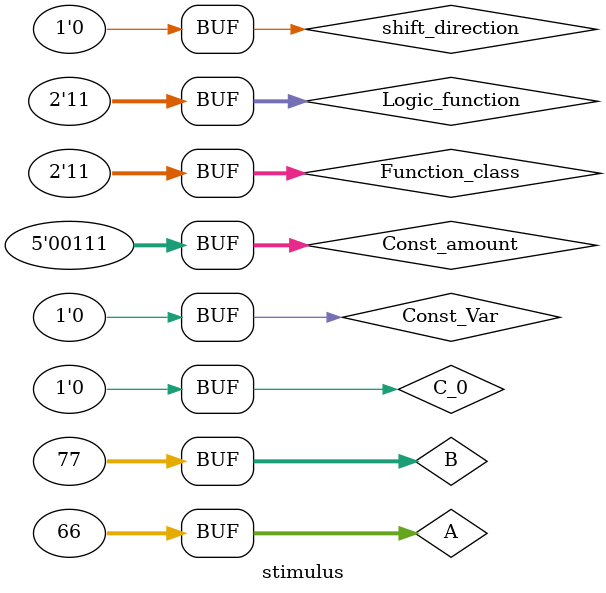
<source format=v>
/*
	Cole Anderson
	CPSC 4210 Term Project
	ALU Implementation
*/
//*****************************************************************************************************************************************************************
//*****************************************************************************************************************************************************************
//*****************************************************************************************************************************************************************
/*
		Adder (Functioning)
*/

//ONEBITADDER
module oneBitAdder(output sum, output cout, input a, input b, input cin);

	wire w1, w2, w3;
	xor(w1, a, b);
	xor(sum, w1, cin);
	and(w2, cin, w1);
	and(w3, a, b);
	or(cout, w2, w3);

endmodule

//ONEBIT ADD AND SUBTRACTOR
module oneBitAdderSub(output sum, output cout, input a, input b, input cin, input as);

	wire addSub;
	xor(addSub, b, as);
	oneBitAdder a1(sum, cout, a, addSub, cin);

endmodule

//FOURBITADDER AND SUBTRACTOR
module fourBitAdderSub(output [3:0] sum, output cout, input [3:0] a, input [3:0] b, input cin, input as);

	wire w1, w2, w3;
	oneBitAdderSub a11(sum[0], w1, a[0], b[0], cin, as);
	oneBitAdderSub a21(sum[1], w2, a[1], b[1], w1, as);
	oneBitAdderSub a31(sum[2], w3, a[2], b[2], w2, as);
	oneBitAdderSub a41(sum[3], cout, a[3], b[3], w3, as);

endmodule

//EIGHTBITADDER AND SUBTRACTOR
module eightBitAdderSub(output [7:0] sum, output cout, input [7:0] a, input [7:0] b, input cin, input as);

	wire w1;
	fourBitAdderSub a12(sum[3:0], w1, a[3:0], b[3:0], cin, as);
	fourBitAdderSub a22(sum[7:4], cout, a[7:4], b[7:4], w1, as);

endmodule

//32BITADDER AND SUBTRACTOR
module thirtyTwoBitAdderSub(output [31:0] sum, output cout, input [31:0] a, input [31:0] b, input cin, input as);

	wire w1, w2, w3;
	eightBitAdderSub a13(sum[7:0], w1, a[7:0], b[7:0], cin, as);
	eightBitAdderSub a23(sum[15:8], w2, a[15:8], b[15:8], w1, as);
	eightBitAdderSub a33(sum[23:16], w3, a[23:16], b[23:16], w2, as);
	eightBitAdderSub a43(sum[31:24], cout, a[31:24], b[31:24], w3, as);

endmodule

module stimulusAdder;
	reg [31:0] A, B;
	reg C_IN;
	reg AS;
	wire[31:0] sum;
	wire C_OUT;

	//instantiate
	thirtyTwoBitAdderSub my32BitAdderSub(sum, C_OUT, A, B, C_IN, AS);
	initial
		begin
		$monitor($time, "A=%d, B=%d, C_IN=%b, ---, C_OUT=%b, AS = %b, sum = %d\n", A, B, C_IN, C_OUT, AS, sum);
		end
	initial
		begin
		A = 5; B = 3;
		C_IN = 0;
		AS =0;
		#5 A=5; B=5;AS = 1; C_IN = 1;
		#5 A=20; B=10;
		#5 A=15; B=10;
		end

endmodule

//*****************************************************************************************************************************************************************
//*****************************************************************************************************************************************************************
//*****************************************************************************************************************************************************************
/*
		32 bit MUX(Functioning)
*/

//FOURTOONE(1BIT)
module fourtooneBase(output Q_out,input In0,input In1,input In2,input In3,input s0,input s1);

	wire s1n, s0n;//select negations
	wire q0, q1, q2, q3;//outputs of AND
	//NOT
	not(s0n, s0);
	not(s1n, s1);
	//AND
	and(q0, In0, s0n, s1n);
	and(q1, In1, s0, s1n);
	and(q2, In2, s0n, s1);
	and(q3, In3, s0, s1);
	//OR
	or(Q_out, q0, q1, q2, q3);

endmodule
//FOURTOONE(4BIT)
module fourtooneA(output [3:0] Q_out,input [3:0] In0, input [3:0] In1, input [3:0] In2, input [3:0] In3, input [1:0] s);

	fourtooneBase f1(Q_out[0], In0[0], In1[0], In2[0], In3[0], s[0], s[1]);
	fourtooneBase f2(Q_out[1], In0[1], In1[1], In2[1], In3[1], s[0], s[1]);
	fourtooneBase f3(Q_out[2], In0[2], In1[2], In2[2], In3[2], s[0], s[1]);
	fourtooneBase f4(Q_out[3], In0[3], In1[3], In2[3], In3[3], s[0], s[1]);

endmodule
//FOURTOONE(8bit)
module fourtooneB(output [7:0] Q_out,input [7:0] In0,input [7:0] In1,input [7:0] In2,input [7:0] In3,input [1:0] s);

	fourtooneA f1(Q_out[3:0], In0[3:0], In1[3:0], In2[3:0], In3[3:0], s);
	fourtooneA f2(Q_out[7:4], In0[7:4], In1[7:4], In2[7:4], In3[7:4], s);

endmodule
//FOURTOONE(32bit)
module fourtooneThirty(output [31:0] Q_out,input [31:0] In0,input [31:0] In1,input [31:0] In2,input [31:0] In3,input [1:0] s);

	fourtooneB f1 (Q_out[7:0], In0[7:0], In1[7:0], In2[7:0], In3[7:0],s);
	fourtooneB f2 (Q_out[15:8], In0[15:8], In1[15:8], In2[15:8], In3[15:8], s);
	fourtooneB f3 (Q_out[23:16], In0[23:16], In1[23:16], In2[23:16], In3[23:16], s);
	fourtooneB f4 (Q_out[31:24], In0[31:24], In1[31:24], In2[31:24], In3[31:24], s);

endmodule
//Stimulus :: WORKS$
module stimulusMUX;

	reg[31:0] in0, in1, in2, in3;
	reg[1:0] S;
	wire[31:0] out;

	//Instantiate
	fourtooneThirty my32bitMux (out, in0, in1, in2, in3, S);


	initial
	begin
	$monitor ("in0 = %b, in1 = %b, in2 = %b,in3 = %b, S = %b, OUT = %d\n,", in0, in1, in3, in3, S, out);
	in0 = 32'd10;
	in1 = 32'd20;
	in2 = 32'd30;
	in3 = 32'd40;
	S = 2'b 00;
	#5  S = 2'b 00;
	#5  S = 2'b 01;
	#5  S = 2'b 10;
	#5  S = 2'b 11;

	end
endmodule

//*****************************************************************************************************************************************************************
//*****************************************************************************************************************************************************************
//*****************************************************************************************************************************************************************
/*
		32 bit LOGICUNIT(Functioning)
*/
//1 BIT LOGIC UNIT
module logicOne(output r, input a, input b, input[1:0] s);

	wire q1, q2, q3, q0;
	and(q0, a, b);
	or(q1, a, b);
	xor(q2, a, b);
	nor(q3, a, b);
	fourtooneBase l1 (r, q0, q1, q2, q3, s[0], s[1]);

endmodule
//FOURTOONE(4BIT)
module logicFour(output[3:0] r, input[3:0] a, input[3:0] b, input[1:0] s);

	logicOne l1(r[0], a[0], b[0], s);
	logicOne l2(r[1], a[1], b[1], s);
	logicOne l3(r[2], a[2], b[2], s);
	logicOne l4(r[3], a[3], b[3], s);

endmodule
//LOGIC(8BIT)
module logicEight(output[7:0] r, input[7:0] a, input[7:0] b, input[1:0] s);

	logicFour l1(r[3:0], a[3:0], b[3:0], s);
	logicFour l2(r[7:4], a[7:4], b[7:4], s);

endmodule
//LOGIC(32BIT)
module logicThirtyTwo(output[31:0] r, input[31:0] a, input[31:0] b, input[1:0] s);

	logicEight l1 (r[7:0], a[7:0], b[7:0], s);
	logicEight l2 (r[15:8], a[15:8], b[15:8], s);
	logicEight l3 (r[23:16], a[23:16], b[23:16], s);
	logicEight l4 (r[31:24], a[31:24], b[31:24], s);

endmodule
//Stimulus :: WORKS$
module stimulusLogicUnit;

	reg[31:0] A, B;
	reg[1:0] S;
	wire[31:0] out;

	//Instantiate
	logicThirtyTwo my32BitLogicUnit(out[31:0], A, B, S);

	initial
	begin
	$monitor ("A = %b\nB = %b\nO = %b\n", A, B, out);
	A = 32'd17; B= 32'd15;
	S = 2'b 00;
	#5  S = 2'b 01;
	#5  S = 2'b 10;
	#5  S = 2'b 11;
	end

endmodule

//*****************************************************************************************************************************************************************
//*****************************************************************************************************************************************************************
//*****************************************************************************************************************************************************************
/*
		//32 bit SHIFTER(Functioning)
*/
module shifter32(out, rightl, shiftamount, in);

	output[31:0] out;
	input[31:0] in;
	input rightl;
	input [4:0] shiftamount;
	assign out = (rightl ? in << shiftamount : in >> shiftamount);
	endmodule

//Stimulus :: WORKS$
module stimulusShifter;

	reg [4:0] shift;
	reg left;
	reg [31:0] inward;
	wire [31:0] outward;

	shifter32 my32BitShifter(outward, left, shift, inward);
	initial
	begin

	$monitor($time, "input = %b,  output = %b, left = %b, shift = %b\n", inward, outward, left, shift);

	inward = 32'b11000000000000000000000000000000; left = 0; shift = 5'b00000;
	#5 inward = 32'b11000000000000000000000000000000; left = 0; shift = 5'b00001;
	#5 inward = 32'b11000000000000000000000000000000; left = 0; shift = 5'b00001;
	#5 inward = 32'b11000000000000000000000000000000; left = 0; shift = 5'b00010;
	#5 inward = 32'b11000000000000000000000000000000; left = 0; shift = 5'b00011;
	#5 inward = 32'b11000000000000000000000000000000; left = 0; shift = 5'b00100;
	#5 inward = 32'b11000000000000000000000000000000; left = 0; shift = 5'b00101;
	#5 inward = 32'b11000000000000000000000000000000; left = 0; shift = 5'b00110;
	#5 inward = 32'b11000000000000000000000000000000; left = 0; shift = 5'b00111;
	#5 inward = 32'b11000000000000000000000000000000; left = 0; shift = 5'b01000;
	#5 inward = 32'b11000000000000000000000000000000; left = 0; shift = 5'b00010;
	#5 inward = 32'b11000000000000000000000000000000; left = 0; shift = 5'b01001;
	#5 inward = 32'b11000000000000000000000000000000; left = 0; shift = 5'b01011;
	#5 inward = 32'b11000000000000000000000000000000; left = 0; shift = 5'b01100;
	#5 inward = 32'b11000000000000000000000000000000; left = 0; shift = 5'b01101;
	#5 inward = 32'b11000000000000000000000000000000; left = 0; shift = 5'b01110;
	#5 inward = 32'b11000000000000000000000000000000; left = 0; shift = 5'b01111;

	#5 inward = 32'b11000000000000000000000000000000; left = 0; shift = 5'b10001;
	#5 inward = 32'b11000000000000000000000000000000; left = 0; shift = 5'b10010;
	#5 inward = 32'b11000000000000000000000000000000; left = 0; shift = 5'b10011;
	#5 inward = 32'b11000000000000000000000000000000; left = 0; shift = 5'b10100;
	#5 inward = 32'b11000000000000000000000000000000; left = 0; shift = 5'b10101;
	#5 inward = 32'b11000000000000000000000000000000; left = 0; shift = 5'b10110;
	#5 inward = 32'b11000000000000000000000000000000; left = 0; shift = 5'b10111;
	#5 inward = 32'b11000000000000000000000000000000; left = 0; shift = 5'b11000;
	#5 inward = 32'b11000000000000000000000000000000; left = 0; shift = 5'b11001;
	#5 inward = 32'b11000000000000000000000000000000; left = 0; shift = 5'b11011;
	#5 inward = 32'b11000000000000000000000000000000; left = 0; shift = 5'b11100;
	#5 inward = 32'b11000000000000000000000000000000; left = 0; shift = 5'b11101;
	#5 inward = 32'b11000000000000000000000000000000; left = 0; shift = 5'b11110;
	#5 inward = 32'b11000000000000000000000000000000; left = 0; shift = 5'b11111;

	#5 inward = 32'b00000000000000000000000000000011; left = 1; shift = 5'b10110;
	#5 inward = 32'b00000000000000000000000000000011; left = 1; shift = 5'b10010;
	#5 inward = 32'b00000000000000000000000000000011; left = 1; shift = 5'b10011;

	end

endmodule
//*****************************************************************************************************************************************************************
//*****************************************************************************************************************************************************************
//*****************************************************************************************************************************************************************
/*
		Const'Var
*/
//TWO TO ONE MUX
module twotooneBase(output Q_out,input In0,input In1,input s);

wire w0,w1,Sbar;
not(Sbar, s);
and(w0, In0,s);
and(w1, In1,Sbar);
or(Q_out, w0,w1);

endmodule

//5 BIT TWO TO ONE MUX
module ConstVarM(output [4:0] Q_out,input [4:0] In0,input [4:0] In1,input s);

	twotooneBase m1(Q_out[0], In0[0], In1[0], s);
	twotooneBase m2(Q_out[1], In0[1], In1[1], s);
	twotooneBase m3(Q_out[2], In0[2], In1[2], s);
	twotooneBase m4(Q_out[3], In0[3], In1[3], s);
	twotooneBase m5(Q_out[4], In0[4], In1[4], s);

endmodule

//ConstVar Stimulus
module stimulusConstVar;

	reg[4:0] in0, in1;
	reg S;
	wire[4:0] out;

	//Instantiate
	ConstVarM fivetoonemux(out, in0, in1, S);
	initial
	begin
	$monitor ("in0 = %d, in1 = %d, S = %b, OUT = %d\n,", in0, in1, S, out);
	in0 = 3;
	in1 = 5;
	S = 0;
	#5  S = 0;
	#5  S = 1;
	end

endmodule
//*****************************************************************************************************************************************************************
//*****************************************************************************************************************************************************************
//*****************************************************************************************************************************************************************
//*****************************************************************************************************************************************************************
//*****************************************************************************************************************************************************************
//*****************************************************************************************************************************************************************
module ALU_32bits (output [31:0] s, input [31:0] a, b, input c_0, input Const_Var, shift_direction, input [1:0] Function_class, input [1:0] Logic_function, input [4:0] Const_amount);

wire [31:0] shiftW;
wire [31:0] adderSubW;
wire [31:0] logicW;
wire [4:0] amountW;
wire cout;

//Calling All Modules:
ConstVarM constVar(amountW, a[4:0], Const_amount ,Const_Var);

shifter32 shiftMod(shiftW, shift_direction, amountW, b);

logicThirtyTwo logicMod(logicW, a, b, Logic_function);

thirtyTwoBitAdderSub addSubMod(adderSubW, cout, a, b, c_0, c_0);

fourtooneThirty muxMod(s, shiftW, {31'd0, adderSubW[31]}, adderSubW, logicW, Function_class);

endmodule
/*
	My Stimulus
*/

module myStimulus();
	//Input and Output
	reg [31:0] x;
	reg [31:0] y;
	reg [1:0] f;
	reg [1:0] l;
	reg [4:0] constA;
	reg cin;
	reg cvar;
	reg shifdir;
	wire [31:0] out;

	//Instantiate
	ALU_32bits my_ALU (out,  x, y,  cin, cvar, shifdir, f, l, constA);


	initial
		begin

////
		$monitor($time, "X = %d, Y = %d, cin = %b, f = %d, l = %b ,shiftd = %b, cvar = %b, constA = %d, out = %d, \n", x, y, cin, f, l, shifdir, cvar, constA,out);
		x=4'd0; y=4'd0; cin=1'b0;
		//Shifting
		#5 f[1]=1; f[0]=0; x=4'd9; y=14'd5; cin=1'b1;
		#5 f[1]=0; f[0]=0; x=16'd8; y=4'd13; shifdir=1; cvar=1;
		#5 x=16'd127; y=16'd234;f[1]=0; f[0]=0;shifdir=0;cvar=0;constA=5'd8;

		//Addition AND Subtraction
		#5 f[1]=1; f[0]=0; x= 5; y= 3;cin=1'b0;
		#5 f[1]=1; f[0]=0; x= 8; y= 2;cin=1'b1;
		//Logic
		#5 f[1]=1; f[0]=1;l=2'd0; x=4'd5; y=4'd6; cin=1'b0;
		#5 f[1]=1; f[0]=1;l=2'd1; x=8'd12; y=8'd15; cin=1'b1;
		#5 f[1]=1; f[0]=1;l=2'd2; x=8'd25; y=8'd12; cin=1'b1;
		#5 f[1]=1; f[0]=1;l=2'd3; x=8'd15; y=8'd12; cin=1'b1;

		end

endmodule

/*
	Hua Li Stimulus
*/
module stimulus;

//inputs
reg[31:0] A,B;
reg C_0,Const_Var,shift_direction;
reg [1:0] Function_class;
reg [1:0] Logic_function;
reg [4:0] Const_amount;


//outputs
wire[31:0] s;

ALU_32bits my_ALU (s,  A, B,  C_0, Const_Var, shift_direction, Function_class, Logic_function, Const_amount);

initial
begin

$monitor($time,"A=%d, B=%d, C_IN=%b,-- Function_class=%d, shift_direction=%b, Const_Var=%b, Const_amount=%d, shift_direction=%b, Logic_function=%d,--OUTPUT=%d \n",A,B,C_0,Function_class,shift_direction,Const_Var,Const_amount,shift_direction,Logic_function,s);
end

initial
begin
A=4'd0; B=4'd0; C_0=1'b0;
#5 A=4'd3; B=4'd4; Function_class[1]=1; Function_class[0]=0;
#5 A=4'd2; B=4'd5;C_0=1'b1; Function_class[1]=0; Function_class[0]=1;
#5 A=4'd10; B=4'd5; C_0=1'b1;  Function_class[1]=1; Function_class[0]=0;
#5 A=16'd6; B=4'd123; Function_class[1]=0; Function_class[0]=0; shift_direction=1; Const_Var=1;

#5 A=16'd256; B=16'd321;Function_class[1]=0; Function_class[0]=0;shift_direction=0;Const_Var=0;Const_amount=5'd7;
#5 A=4'd10; B=4'd5; C_0=1'b0;Function_class[1]=1; Function_class[0]=1;Logic_function=2'd0;
#5 A=8'd19; B=8'd22; C_0=1'b1;Function_class[1]=1; Function_class[0]=1;Logic_function=2'd1;
#5 A=8'd33; B=8'd39; C_0=1'b1;Function_class[1]=1; Function_class[0]=1;Logic_function=2'd2;
#5 A=8'd66; B=8'd77; C_0=1'b0;Function_class[1]=1; Function_class[0]=1;Logic_function=2'd3;
end

endmodule

</source>
